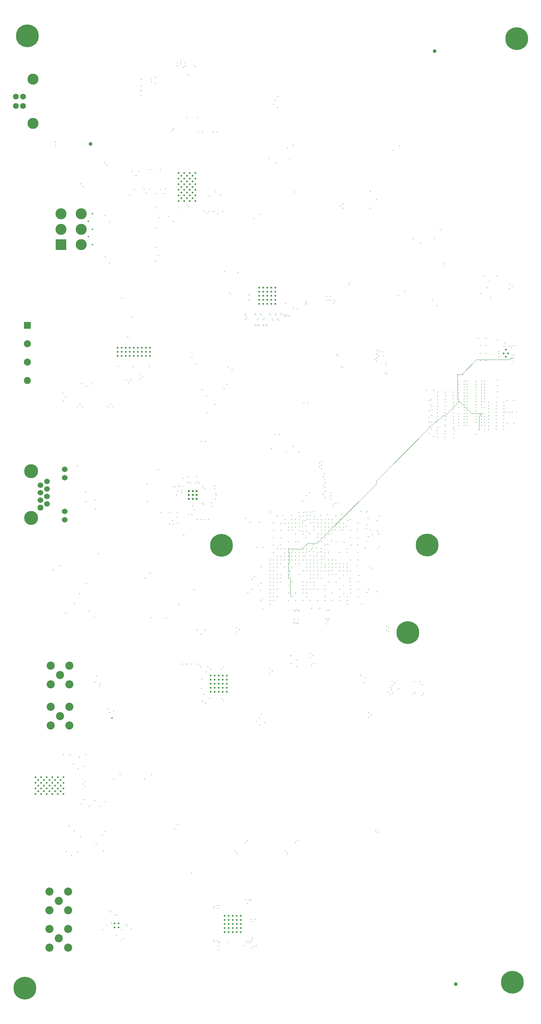
<source format=gbl>
G04*
G04 #@! TF.GenerationSoftware,Altium Limited,Altium Designer,22.11.1 (43)*
G04*
G04 Layer_Physical_Order=16*
G04 Layer_Color=16711680*
%FSLAX44Y44*%
%MOMM*%
G71*
G04*
G04 #@! TF.SameCoordinates,34125678-5B9D-45F6-926E-A613B9C88BDA*
G04*
G04*
G04 #@! TF.FilePolarity,Positive*
G04*
G01*
G75*
%ADD187C,1.0000*%
%ADD190C,0.1016*%
%ADD197C,6.2000*%
%ADD198C,0.6000*%
%ADD199C,2.2000*%
%ADD200C,1.9050*%
%ADD201R,1.9050X1.9050*%
%ADD202C,3.0000*%
%ADD203C,1.6000*%
%ADD204C,3.8100*%
G04:AMPARAMS|DCode=205|XSize=1.524mm|YSize=1.524mm|CornerRadius=0mm|HoleSize=0mm|Usage=FLASHONLY|Rotation=270.000|XOffset=0mm|YOffset=0mm|HoleType=Round|Shape=Octagon|*
%AMOCTAGOND205*
4,1,8,-0.3810,-0.7620,0.3810,-0.7620,0.7620,-0.3810,0.7620,0.3810,0.3810,0.7620,-0.3810,0.7620,-0.7620,0.3810,-0.7620,-0.3810,-0.3810,-0.7620,0.0*
%
%ADD205OCTAGOND205*%

%ADD206C,1.5240*%
%ADD207R,3.0000X3.0000*%
%ADD208C,0.1778*%
%ADD209C,0.3810*%
%ADD210C,0.5080*%
%ADD211C,0.5000*%
D187*
X1233880Y68354D02*
D03*
X239487Y2351209D02*
D03*
X1176020Y2603500D02*
D03*
D190*
X1237422Y1659007D02*
Y1724660D01*
X1240776Y1650706D02*
Y1655652D01*
X1237422Y1659007D02*
X1240776Y1655652D01*
X1016704Y1426878D02*
Y1435317D01*
X1183352Y1598300D02*
X1198162Y1613110D01*
X1179687Y1598300D02*
X1183352D01*
X1016704Y1435317D02*
X1179687Y1598300D01*
X777713Y1250941D02*
X795859D01*
X814230Y1250510D02*
X829363Y1265643D01*
X796290Y1250510D02*
X814230D01*
X795859Y1250941D02*
X796290Y1250510D01*
X779872Y1213100D02*
Y1241835D01*
X1244823Y1650706D02*
X1276994Y1618534D01*
X1304048D01*
X1240776Y1650706D02*
X1244823D01*
X829363Y1265643D02*
X855469D01*
X1016704Y1426878D01*
X1304062Y1618520D02*
X1304506D01*
X1304651Y1618374D01*
X1304048Y1618534D02*
X1304062Y1618520D01*
X1296728Y1611214D02*
X1304048Y1618534D01*
X1198162Y1613110D02*
X1204269D01*
X782790Y1125864D02*
X787713Y1120941D01*
X782790Y1125864D02*
Y1169793D01*
X777867Y1174716D02*
X782790Y1169793D01*
X777867Y1174716D02*
Y1181027D01*
X777713Y1198066D02*
X779872Y1195907D01*
Y1183032D02*
Y1195907D01*
X777867Y1181027D02*
X779872Y1183032D01*
X777713Y1198066D02*
Y1210941D01*
X779872Y1213100D01*
X777713Y1243994D02*
X779872Y1241835D01*
X777713Y1243994D02*
Y1250941D01*
X1204269Y1613110D02*
X1234172Y1643013D01*
Y1644102D01*
X1240776Y1650706D01*
X1384027Y1769344D02*
X1390434D01*
X1384004Y1769321D02*
X1384027Y1769344D01*
X1390434D02*
X1390457Y1769367D01*
X1379602Y1764919D02*
X1384004Y1769321D01*
X1289624Y1764919D02*
X1379602D01*
X1249365Y1724660D02*
X1289624Y1764919D01*
X1237422Y1724660D02*
X1249365D01*
X1296728Y1573619D02*
Y1611214D01*
D197*
X1156065Y1261027D02*
D03*
X1103140Y1023435D02*
D03*
X596303Y1260698D02*
D03*
X60589Y57350D02*
D03*
X1387552Y73434D02*
D03*
X1399540Y2637025D02*
D03*
X68020Y2645049D02*
D03*
D198*
X528610Y1386859D02*
D03*
X517910D02*
D03*
X507210D02*
D03*
X528610Y1397559D02*
D03*
X517910D02*
D03*
X507210D02*
D03*
X528610Y1408259D02*
D03*
X517910D02*
D03*
X507210D02*
D03*
D199*
X152900Y294811D02*
D03*
X178300Y269411D02*
D03*
X127500D02*
D03*
Y320211D02*
D03*
X178300D02*
D03*
X152900Y193211D02*
D03*
X178300Y167811D02*
D03*
X127500D02*
D03*
Y218611D02*
D03*
X178300D02*
D03*
X181857Y821997D02*
D03*
X131057D02*
D03*
Y771197D02*
D03*
X181857D02*
D03*
X156457Y796597D02*
D03*
X181857Y933757D02*
D03*
X131057D02*
D03*
Y882957D02*
D03*
X181857D02*
D03*
X156457Y908357D02*
D03*
D200*
X68020Y1708589D02*
D03*
Y1758589D02*
D03*
Y1808589D02*
D03*
D201*
Y1858589D02*
D03*
D202*
X83260Y2527449D02*
D03*
Y2407049D02*
D03*
X159565Y2119269D02*
D03*
Y2161269D02*
D03*
X214565Y2077269D02*
D03*
Y2119269D02*
D03*
Y2161269D02*
D03*
D203*
X56260Y2454749D02*
D03*
Y2479749D02*
D03*
X36260Y2454749D02*
D03*
Y2479749D02*
D03*
D204*
X78180Y1335087D02*
D03*
Y1462087D02*
D03*
D205*
X103580Y1363027D02*
D03*
D206*
Y1383347D02*
D03*
Y1403667D02*
D03*
Y1423987D02*
D03*
X121360Y1373187D02*
D03*
Y1393507D02*
D03*
Y1413827D02*
D03*
Y1434147D02*
D03*
X169620Y1330007D02*
D03*
Y1444307D02*
D03*
Y1467167D02*
D03*
Y1352867D02*
D03*
D207*
X159565Y2077269D02*
D03*
D208*
X747713Y1210941D02*
D03*
X737077Y1211576D02*
D03*
X1288882Y1642812D02*
D03*
X1265826Y1659270D02*
D03*
X1226161Y1658528D02*
D03*
X1240776Y1658705D02*
D03*
X1163777Y1643156D02*
D03*
X1166963Y1655590D02*
D03*
X849715Y1338342D02*
D03*
X866464Y1342169D02*
D03*
X846607Y1322047D02*
D03*
X838067Y1320587D02*
D03*
X848067Y1330587D02*
D03*
X939963Y1328691D02*
D03*
X1182589Y1565106D02*
D03*
X1174558Y1557074D02*
D03*
X976122Y1352532D02*
D03*
X874531Y1224123D02*
D03*
X867102Y1211811D02*
D03*
X1227873Y1553745D02*
D03*
X866805Y1291849D02*
D03*
X856805Y1281849D02*
D03*
X923063Y1345591D02*
D03*
X867000Y1311654D02*
D03*
X1169036Y1628901D02*
D03*
X884394Y1344260D02*
D03*
X1184492Y1638251D02*
D03*
X1168758Y1638356D02*
D03*
X899677Y1369275D02*
D03*
X904635Y1374234D02*
D03*
X855523Y1253131D02*
D03*
X895523Y1293131D02*
D03*
X905523Y1303131D02*
D03*
X845523Y1243131D02*
D03*
X837070Y1232276D02*
D03*
X1204945Y1588172D02*
D03*
X1182987Y1571841D02*
D03*
X1183922Y1554514D02*
D03*
X1205181Y1583047D02*
D03*
X857086Y1211658D02*
D03*
X867041Y1221613D02*
D03*
X877041Y1231613D02*
D03*
X967041Y1321613D02*
D03*
X947041Y1301613D02*
D03*
X887041Y1241613D02*
D03*
X929391Y1269263D02*
D03*
X965824Y1302830D02*
D03*
X994484Y1334356D02*
D03*
X878493Y1210161D02*
D03*
X947081Y1281573D02*
D03*
X990643Y1350630D02*
D03*
X867713Y1230941D02*
D03*
X877713Y1240940D02*
D03*
X907713Y1270941D02*
D03*
X847713Y1211199D02*
D03*
X991992Y1353575D02*
D03*
X857713Y1220941D02*
D03*
X1204786Y1563488D02*
D03*
X1204987Y1554797D02*
D03*
X1204881Y1569682D02*
D03*
X1161327Y1564955D02*
D03*
X839460Y1249194D02*
D03*
X834460Y1244194D02*
D03*
X844460Y1254194D02*
D03*
X824460Y1234194D02*
D03*
X820309Y1230043D02*
D03*
X895869Y1272785D02*
D03*
X935869Y1312785D02*
D03*
X885989Y1262905D02*
D03*
X925869Y1302785D02*
D03*
X855869Y1232785D02*
D03*
X865869Y1242785D02*
D03*
X1185177Y1581457D02*
D03*
X1160780Y1583239D02*
D03*
X1228979Y1573999D02*
D03*
X878922Y1249732D02*
D03*
X1167419Y1576872D02*
D03*
X1180581Y1596141D02*
D03*
X826547Y1242107D02*
D03*
X807713Y1230941D02*
D03*
X827713Y1250941D02*
D03*
X1168400Y1594771D02*
D03*
X817713Y1240940D02*
D03*
X1226820Y1592612D02*
D03*
X1160780Y1594771D02*
D03*
X892984Y1395332D02*
D03*
X825014Y1313640D02*
D03*
X1161183Y1626302D02*
D03*
X847624Y1303189D02*
D03*
X836545Y1292109D02*
D03*
X892548Y1386421D02*
D03*
X817390Y1311263D02*
D03*
X837390Y1331263D02*
D03*
X847250Y1311404D02*
D03*
X790436Y1245969D02*
D03*
X787917Y1240936D02*
D03*
X777713Y1240940D02*
D03*
X911816Y1375970D02*
D03*
X826544Y1282109D02*
D03*
X805554Y1270941D02*
D03*
X827713Y1298782D02*
D03*
X817713Y1290941D02*
D03*
X878614Y1408209D02*
D03*
X1153925Y1682534D02*
D03*
X878264Y1430366D02*
D03*
X872583Y1424369D02*
D03*
X806947Y1350360D02*
D03*
X876829Y1418474D02*
D03*
X871788Y1447372D02*
D03*
X834505Y1403983D02*
D03*
X825916Y1395393D02*
D03*
X708406Y1255337D02*
D03*
X762360Y1342973D02*
D03*
X787173Y1341992D02*
D03*
X737713Y1280941D02*
D03*
X757713Y1300941D02*
D03*
X876012Y1454827D02*
D03*
X876376Y1441135D02*
D03*
X817120Y1380752D02*
D03*
X868124Y1468585D02*
D03*
X868487Y1478268D02*
D03*
X862354Y1473588D02*
D03*
X862677Y1483876D02*
D03*
X868487Y1488440D02*
D03*
X727713Y1350941D02*
D03*
X736861Y1321783D02*
D03*
X747713Y1340941D02*
D03*
X757713Y1320941D02*
D03*
X1020449Y1299327D02*
D03*
X987462Y1254952D02*
D03*
X1023964Y1291453D02*
D03*
X967826Y1220828D02*
D03*
X964339Y1204315D02*
D03*
X1021685Y1252088D02*
D03*
X1026758Y1257161D02*
D03*
X969992Y1178662D02*
D03*
X945681Y1162973D02*
D03*
X997823Y1203887D02*
D03*
X1003948Y1198818D02*
D03*
X927946Y1180948D02*
D03*
X917826Y1170828D02*
D03*
X967713Y1160941D02*
D03*
X1001243Y1300706D02*
D03*
X1256048Y1698580D02*
D03*
X1264048D02*
D03*
X872587Y1399668D02*
D03*
X819681Y1349276D02*
D03*
X809529Y1339124D02*
D03*
X1256048Y1690534D02*
D03*
X1240776Y1684312D02*
D03*
X1256048D02*
D03*
X1288776Y1674706D02*
D03*
X1264358Y1682844D02*
D03*
X1174612Y1682534D02*
D03*
X1264048Y1666534D02*
D03*
X836885Y1341748D02*
D03*
X846885Y1351748D02*
D03*
X822835Y1327697D02*
D03*
X816896Y1321758D02*
D03*
X1160769Y1654642D02*
D03*
X1205126Y1657869D02*
D03*
X1240776Y1666706D02*
D03*
X1288776Y1650706D02*
D03*
X727713Y1140940D02*
D03*
Y1130941D02*
D03*
X817713D02*
D03*
X947713Y1170941D02*
D03*
X727713Y1190991D02*
D03*
X747713Y1220941D02*
D03*
X757713Y1230941D02*
D03*
X767560Y1241094D02*
D03*
X967713Y1240940D02*
D03*
X727698Y1210941D02*
D03*
X990758Y1270658D02*
D03*
X737703Y1240940D02*
D03*
X1183640Y1648759D02*
D03*
X1312048Y1634534D02*
D03*
X1304048Y1642534D02*
D03*
X1288776Y1634706D02*
D03*
X1304048Y1634534D02*
D03*
X757713Y1210941D02*
D03*
X937713Y1250941D02*
D03*
X1304048Y1602534D02*
D03*
X797560Y1271094D02*
D03*
X767713Y1220941D02*
D03*
X1183640Y1620487D02*
D03*
X1205110Y1638909D02*
D03*
X1289118Y1611129D02*
D03*
X757713Y1220941D02*
D03*
X1206323Y1611224D02*
D03*
X1205280Y1601560D02*
D03*
X1226820Y1629537D02*
D03*
Y1638714D02*
D03*
X1264031Y1626534D02*
D03*
X1256048Y1634534D02*
D03*
X1264048Y1642534D02*
D03*
Y1634534D02*
D03*
X1256048Y1642534D02*
D03*
Y1650699D02*
D03*
Y1626534D02*
D03*
X845410Y1263484D02*
D03*
X1304651Y1618374D02*
D03*
X1240776Y1634706D02*
D03*
X1226820Y1620586D02*
D03*
X907693Y1340941D02*
D03*
X827867Y1261027D02*
D03*
X817713Y1250941D02*
D03*
X887713Y1320941D02*
D03*
X928971Y1129683D02*
D03*
X887713Y1160941D02*
D03*
X1323340Y1594025D02*
D03*
X947713Y1220941D02*
D03*
X927713Y1200940D02*
D03*
X877713Y1150941D02*
D03*
X1312048Y1586534D02*
D03*
Y1698534D02*
D03*
X1287909Y1562749D02*
D03*
X1264031Y1610534D02*
D03*
Y1618534D02*
D03*
Y1602534D02*
D03*
X1288776Y1626706D02*
D03*
Y1602706D02*
D03*
Y1666706D02*
D03*
Y1682706D02*
D03*
Y1658705D02*
D03*
X1304048Y1610534D02*
D03*
X1323340Y1575597D02*
D03*
Y1649412D02*
D03*
X1312048Y1650534D02*
D03*
X1304048Y1658534D02*
D03*
X1350105Y1787371D02*
D03*
X1347144Y1818640D02*
D03*
X727713Y1220941D02*
D03*
Y1201571D02*
D03*
X727343Y1180940D02*
D03*
X1240776Y1706706D02*
D03*
X1264048Y1706534D02*
D03*
X727703Y1160941D02*
D03*
X727713Y1170941D02*
D03*
X806819Y1512763D02*
D03*
X747713Y1140941D02*
D03*
X1019019Y1327847D02*
D03*
X966587Y1262067D02*
D03*
X896664Y1192144D02*
D03*
X757713Y1170966D02*
D03*
X747713D02*
D03*
X995407Y1284074D02*
D03*
X1264007Y1650493D02*
D03*
X807867Y1180740D02*
D03*
X747867Y1181027D02*
D03*
X737592Y1190941D02*
D03*
X1227833Y1563488D02*
D03*
X1264399Y1594182D02*
D03*
X1256048Y1602534D02*
D03*
X1240776Y1602706D02*
D03*
X1256089Y1594492D02*
D03*
X1240776Y1586705D02*
D03*
X777713Y1220941D02*
D03*
X787713D02*
D03*
X777713Y1230941D02*
D03*
X797713Y1240940D02*
D03*
X847557Y1221096D02*
D03*
X837713Y1220941D02*
D03*
X817782Y1220721D02*
D03*
X857713Y1240940D02*
D03*
X807464Y1221190D02*
D03*
X797713Y1220941D02*
D03*
X837713Y1211199D02*
D03*
X1240933Y1593479D02*
D03*
X1226820Y1579367D02*
D03*
X1240776Y1618706D02*
D03*
Y1610706D02*
D03*
X1264048Y1586534D02*
D03*
X698192Y1323166D02*
D03*
X773096Y1512763D02*
D03*
X747713Y1230941D02*
D03*
X1183640Y1601922D02*
D03*
X825264Y1915536D02*
D03*
X828239Y1919523D02*
D03*
X825233Y1922529D02*
D03*
X777563Y1886487D02*
D03*
X780638Y1882742D02*
D03*
X727289Y1889523D02*
D03*
X729142Y1886273D02*
D03*
X719235Y1857359D02*
D03*
X716876Y1859755D02*
D03*
X698680Y1857359D02*
D03*
X696321Y1859755D02*
D03*
X752416Y1872338D02*
D03*
X748642Y1875404D02*
D03*
X737382Y1871867D02*
D03*
X733904Y1875287D02*
D03*
X711939Y1878068D02*
D03*
X708916Y1873524D02*
D03*
X696939Y1878068D02*
D03*
X693916Y1873524D02*
D03*
X661646Y1874159D02*
D03*
X664669Y1878703D02*
D03*
X660031Y1885694D02*
D03*
X661848Y1890640D02*
D03*
X708207Y1860167D02*
D03*
X710678Y1857022D02*
D03*
X687431Y1859755D02*
D03*
X689790Y1857359D02*
D03*
X766290Y1887153D02*
D03*
X771282Y1884162D02*
D03*
X768868Y1881638D02*
D03*
X759185Y1886522D02*
D03*
X757320Y1890691D02*
D03*
X744069Y1886394D02*
D03*
X742164Y1889465D02*
D03*
X704037Y1886384D02*
D03*
X702246Y1890132D02*
D03*
X689111Y1886243D02*
D03*
X687206Y1889735D02*
D03*
X621755Y1942406D02*
D03*
X618038Y1947249D02*
D03*
X668816Y1942418D02*
D03*
X672436Y1940485D02*
D03*
X672589Y1925486D02*
D03*
X669031Y1927480D02*
D03*
X640605Y2001834D02*
D03*
X603720Y2004334D02*
D03*
X882237Y1937401D02*
D03*
X885177Y1927040D02*
D03*
X891961Y1937295D02*
D03*
X893672Y1927185D02*
D03*
X942552Y1968372D02*
D03*
X946071Y1975217D02*
D03*
X913213Y1775384D02*
D03*
X910422Y1778945D02*
D03*
X922211Y1746278D02*
D03*
X926252Y1742910D02*
D03*
X1033511Y1786193D02*
D03*
X1036719Y1775555D02*
D03*
X1044659Y1726190D02*
D03*
X1041543Y1729031D02*
D03*
X1045141Y1750206D02*
D03*
X1041836Y1754038D02*
D03*
X1020557Y1790559D02*
D03*
X1025120Y1786239D02*
D03*
X1018781Y1780747D02*
D03*
X1024677Y1775293D02*
D03*
X1020518Y1769963D02*
D03*
X1013492Y1766127D02*
D03*
X1017409Y1761241D02*
D03*
X461733Y2388461D02*
D03*
X465850Y2392581D02*
D03*
X533556Y2382335D02*
D03*
X544565Y2382419D02*
D03*
X737774Y2458401D02*
D03*
X748262Y2451397D02*
D03*
X584512Y2382419D02*
D03*
X573502Y2382335D02*
D03*
X742064Y2470241D02*
D03*
X749068Y2480730D02*
D03*
X496018Y2572447D02*
D03*
X475432D02*
D03*
X485009Y2576105D02*
D03*
X520854Y2564842D02*
D03*
X526033Y2561429D02*
D03*
X377786Y2527336D02*
D03*
X377097Y2482394D02*
D03*
X376664Y2495792D02*
D03*
X377791Y2509146D02*
D03*
X405367Y2520064D02*
D03*
X415990Y2516378D02*
D03*
X405064Y2528996D02*
D03*
X415990Y2532204D02*
D03*
X475560Y2562845D02*
D03*
X485013Y2568951D02*
D03*
X491766Y2558793D02*
D03*
X496347Y2562433D02*
D03*
X503217Y2539943D02*
D03*
X508502Y2536596D02*
D03*
X143785Y2346789D02*
D03*
Y2356289D02*
D03*
X341330Y1826741D02*
D03*
X323931Y1933084D02*
D03*
X351815Y1881589D02*
D03*
X881244Y1047082D02*
D03*
X885312Y1055712D02*
D03*
X888163Y1060692D02*
D03*
X881320Y1060768D02*
D03*
X888338Y1083807D02*
D03*
X882147Y1083768D02*
D03*
X805193Y1059451D02*
D03*
X794483Y1059408D02*
D03*
X804981Y1048069D02*
D03*
X801984Y1051649D02*
D03*
X798848Y1047819D02*
D03*
X795628Y1051566D02*
D03*
X792298Y1047847D02*
D03*
X807249Y1084529D02*
D03*
X805014Y1082040D02*
D03*
X793455Y1084746D02*
D03*
X796271Y1081742D02*
D03*
X799735Y1086046D02*
D03*
X863257Y1089353D02*
D03*
X841150D02*
D03*
X1393838Y1778030D02*
D03*
X1388255Y1776521D02*
D03*
X592183Y181595D02*
D03*
X587966Y182558D02*
D03*
X589507Y162039D02*
D03*
X586527Y171611D02*
D03*
X585857Y187221D02*
D03*
X577125Y183006D02*
D03*
X574951Y187255D02*
D03*
X590234Y282003D02*
D03*
X586545Y275282D02*
D03*
X584169Y282048D02*
D03*
X576700Y278090D02*
D03*
X574143Y274854D02*
D03*
X1020201Y480562D02*
D03*
X1015771Y485098D02*
D03*
X775817Y422287D02*
D03*
X771292Y428143D02*
D03*
X803716Y458597D02*
D03*
X797859Y453007D02*
D03*
X660699D02*
D03*
X666556Y458597D02*
D03*
X634132Y428143D02*
D03*
X638657Y422287D02*
D03*
X547669Y856455D02*
D03*
X541021Y871960D02*
D03*
X541926Y896960D02*
D03*
X488663Y937861D02*
D03*
X500917Y938053D02*
D03*
X513362Y937938D02*
D03*
X531285Y938183D02*
D03*
X539408Y931531D02*
D03*
X553906Y916585D02*
D03*
X551813Y1543676D02*
D03*
X540803Y1543592D02*
D03*
X543307Y1684159D02*
D03*
X555181Y1666954D02*
D03*
X527844Y1753808D02*
D03*
X515970Y1771014D02*
D03*
X242075Y1699101D02*
D03*
X228911Y1692865D02*
D03*
X214881Y1699880D02*
D03*
X164822Y1673638D02*
D03*
X171750Y1663678D02*
D03*
X165341Y1652332D02*
D03*
X453923Y2154595D02*
D03*
X465198Y2140856D02*
D03*
X416883Y2177671D02*
D03*
X424964Y2150397D02*
D03*
X417150Y2122448D02*
D03*
X416412Y2069855D02*
D03*
X424492Y2047902D02*
D03*
X415775Y2032865D02*
D03*
X444741Y2229470D02*
D03*
X385456Y2229362D02*
D03*
X439197Y2216888D02*
D03*
X429600Y2227337D02*
D03*
X415632Y2216461D02*
D03*
X401237Y2227870D02*
D03*
X391214Y2217207D02*
D03*
X358372Y2227231D02*
D03*
X346174Y2212613D02*
D03*
X374499Y1724452D02*
D03*
X381476Y1717888D02*
D03*
X374137Y1711842D02*
D03*
X349372Y1709462D02*
D03*
X342808Y1702486D02*
D03*
X336762Y1709824D02*
D03*
X354330Y1745475D02*
D03*
X399587Y1746411D02*
D03*
X314994Y1746411D02*
D03*
X216513Y1637102D02*
D03*
X210467Y1644441D02*
D03*
X203904Y1637464D02*
D03*
X300513Y1637102D02*
D03*
X294467Y1644441D02*
D03*
X287903Y1637464D02*
D03*
X279913Y563472D02*
D03*
X263840Y551584D02*
D03*
X251059Y566095D02*
D03*
X236493Y551417D02*
D03*
X222147Y569778D02*
D03*
X215338Y558392D02*
D03*
X602319Y928377D02*
D03*
X596160Y924034D02*
D03*
X558652Y931247D02*
D03*
X566267Y924265D02*
D03*
X637578Y1037425D02*
D03*
X644555Y1030862D02*
D03*
X637216Y1024815D02*
D03*
X785202Y960594D02*
D03*
X801406Y949581D02*
D03*
X785694Y939340D02*
D03*
X801055Y931413D02*
D03*
X847372Y939067D02*
D03*
X840708Y934680D02*
D03*
X726982Y912617D02*
D03*
X734320Y918663D02*
D03*
X727343Y925227D02*
D03*
X838237Y967642D02*
D03*
X845214Y961078D02*
D03*
X837876Y955032D02*
D03*
X996565Y805637D02*
D03*
X1003542Y799073D02*
D03*
X996204Y793027D02*
D03*
X1061302Y859008D02*
D03*
X1048787Y862542D02*
D03*
X1054755Y855068D02*
D03*
X1054791Y873684D02*
D03*
X1058588Y869261D02*
D03*
X987793Y900959D02*
D03*
X985394Y887205D02*
D03*
X974998Y907197D02*
D03*
X1059733Y890474D02*
D03*
X1067379Y886527D02*
D03*
X1059979Y879189D02*
D03*
X1078325Y870863D02*
D03*
X1019169Y1134320D02*
D03*
X995997Y1141024D02*
D03*
X992443Y1133072D02*
D03*
X691164Y782579D02*
D03*
X699011Y792317D02*
D03*
X704589Y802717D02*
D03*
X699768Y772935D02*
D03*
X713477Y779175D02*
D03*
X601902Y839630D02*
D03*
X596089Y844167D02*
D03*
X563464Y844815D02*
D03*
X551785Y832288D02*
D03*
X543738Y836010D02*
D03*
X666590Y287142D02*
D03*
X662005Y297792D02*
D03*
X675323Y296376D02*
D03*
X671389Y299067D02*
D03*
X678808Y239071D02*
D03*
X687198Y244190D02*
D03*
X676785Y244160D02*
D03*
X614465Y180917D02*
D03*
X684755Y170077D02*
D03*
X691353Y173471D02*
D03*
X676623Y165484D02*
D03*
X663215Y180683D02*
D03*
X658748Y172515D02*
D03*
X672820Y181481D02*
D03*
X677701Y185916D02*
D03*
X667682Y185693D02*
D03*
X680001Y194189D02*
D03*
X1006401Y1289062D02*
D03*
X989741Y1306109D02*
D03*
X992427Y1316433D02*
D03*
X887713Y1200940D02*
D03*
X877713Y1190941D02*
D03*
X1025511Y1339154D02*
D03*
X501438Y2423265D02*
D03*
X530645Y2423126D02*
D03*
X624516Y1737490D02*
D03*
X614282Y1745111D02*
D03*
X610907Y1697102D02*
D03*
X602851Y1686651D02*
D03*
X578575Y1643323D02*
D03*
X556366Y1621223D02*
D03*
X662289Y1334200D02*
D03*
X673693Y1323507D02*
D03*
X704483Y1202227D02*
D03*
X313077Y254328D02*
D03*
X306085Y256488D02*
D03*
X295432Y264615D02*
D03*
X289209Y267946D02*
D03*
X350406Y218204D02*
D03*
X339606Y226454D02*
D03*
X335945Y230302D02*
D03*
X324299Y216611D02*
D03*
X296129Y234719D02*
D03*
X251321Y889002D02*
D03*
X266984Y883404D02*
D03*
X263113Y877598D02*
D03*
X329454Y191704D02*
D03*
X323018Y187849D02*
D03*
X310216Y201500D02*
D03*
X272870Y216673D02*
D03*
X283055Y228697D02*
D03*
X274295Y429677D02*
D03*
X254961Y447060D02*
D03*
X303106Y810964D02*
D03*
X292176Y806095D02*
D03*
X287754Y816281D02*
D03*
X977713Y1100940D02*
D03*
X897713Y1110941D02*
D03*
X777703D02*
D03*
X678829Y1168573D02*
D03*
X684739Y1174758D02*
D03*
X696482Y1150881D02*
D03*
X703893Y1157616D02*
D03*
X677758Y1141353D02*
D03*
X668242Y1132496D02*
D03*
X702207Y1137970D02*
D03*
X707608Y1116515D02*
D03*
X703785Y1111272D02*
D03*
X1145497Y858150D02*
D03*
X1142494Y853575D02*
D03*
X1122484Y861211D02*
D03*
X1117706Y857955D02*
D03*
X1141551Y881833D02*
D03*
X1135661Y889741D02*
D03*
X1120882Y889905D02*
D03*
X709869Y1086768D02*
D03*
X893750Y1404036D02*
D03*
X690749Y1254649D02*
D03*
X546819Y1376750D02*
D03*
X542943Y1373880D02*
D03*
X546679Y1370618D02*
D03*
X1045854Y1030468D02*
D03*
X1051097Y1026645D02*
D03*
Y1036145D02*
D03*
X1045854Y1039968D02*
D03*
X279086Y2044712D02*
D03*
X290960Y2027507D02*
D03*
X279189Y2156214D02*
D03*
X291063Y2139008D02*
D03*
X371650Y2276985D02*
D03*
X429143Y2280662D02*
D03*
X401177Y2281351D02*
D03*
X363430Y2265369D02*
D03*
X353372Y2276945D02*
D03*
X277990Y2300953D02*
D03*
X284813Y2294656D02*
D03*
X212597Y2242341D02*
D03*
X219419Y2236043D02*
D03*
X479250Y2177800D02*
D03*
X549270Y2168312D02*
D03*
X593998Y2212626D02*
D03*
X579811Y2220421D02*
D03*
X563265Y2209657D02*
D03*
X506889Y2180222D02*
D03*
X502942Y2184734D02*
D03*
X599440Y2168312D02*
D03*
X575170D02*
D03*
X587112Y2162279D02*
D03*
X561865Y2168312D02*
D03*
X555667Y2162279D02*
D03*
X683488Y2147493D02*
D03*
X700693Y2159367D02*
D03*
X794779Y2221040D02*
D03*
X775410Y2339465D02*
D03*
X791963Y2347994D02*
D03*
X927077Y2176327D02*
D03*
X920101Y2182890D02*
D03*
X927439Y2188937D02*
D03*
X1379272Y1958300D02*
D03*
X1386610Y1964347D02*
D03*
X1379633Y1970910D02*
D03*
X1318615Y1960681D02*
D03*
X1325376Y1977762D02*
D03*
X1345540Y1991877D02*
D03*
X1310668Y1993063D02*
D03*
X1301060Y1944907D02*
D03*
X1327985Y1934231D02*
D03*
X782466Y2311133D02*
D03*
X724674D02*
D03*
X745194Y2299496D02*
D03*
X1138120Y2081800D02*
D03*
X1117600Y2093437D02*
D03*
X1175392D02*
D03*
X1191260Y2118360D02*
D03*
X1201991Y2025045D02*
D03*
X1077946Y1939192D02*
D03*
X1095151Y1951066D02*
D03*
X904071Y1924193D02*
D03*
X900552Y1917347D02*
D03*
X1000899Y2176881D02*
D03*
X1017290Y2200549D02*
D03*
X1000899Y2222440D02*
D03*
X1063137Y2332988D02*
D03*
X1080342Y2344862D02*
D03*
X770323Y1918289D02*
D03*
X802509Y1903573D02*
D03*
X791583Y1904021D02*
D03*
X1182243Y1911562D02*
D03*
X1170369Y1928767D02*
D03*
X468434Y490381D02*
D03*
X477862Y502730D02*
D03*
X405115Y637175D02*
D03*
X386432Y625764D02*
D03*
X272160Y473372D02*
D03*
X279608Y482747D02*
D03*
X521329Y1140593D02*
D03*
X479814Y1098764D02*
D03*
X209489Y685049D02*
D03*
X225787Y692534D02*
D03*
X183406Y691399D02*
D03*
X166257D02*
D03*
X514645Y370840D02*
D03*
X302432Y625764D02*
D03*
X319637Y637638D02*
D03*
X225898Y619139D02*
D03*
X226307Y605432D02*
D03*
X220051Y612287D02*
D03*
X203642Y428603D02*
D03*
X188112Y417886D02*
D03*
X173760Y428603D02*
D03*
X223759Y660520D02*
D03*
X205679Y653764D02*
D03*
X192792Y667349D02*
D03*
X212889Y469114D02*
D03*
X195686Y484448D02*
D03*
X180853Y497369D02*
D03*
X737693Y1110941D02*
D03*
X727713D02*
D03*
X727703Y1120941D02*
D03*
X737592Y1151615D02*
D03*
X737693Y1130941D02*
D03*
X727713Y1151615D02*
D03*
X737592Y1170941D02*
D03*
X827713Y1220941D02*
D03*
Y1211199D02*
D03*
X847713Y1230941D02*
D03*
X867713Y1250941D02*
D03*
X817713Y1298782D02*
D03*
X767604Y1200940D02*
D03*
X846456Y1202198D02*
D03*
X777713Y1190941D02*
D03*
X857713D02*
D03*
X867713Y1200940D02*
D03*
X817632Y1190859D02*
D03*
X827713Y1190941D02*
D03*
X787713Y1200940D02*
D03*
X797713Y1210941D02*
D03*
X837713Y1200940D02*
D03*
X827713D02*
D03*
X857713D02*
D03*
X777713Y1171816D02*
D03*
X877867Y1261027D02*
D03*
X1323340Y1584833D02*
D03*
Y1603326D02*
D03*
Y1612586D02*
D03*
Y1621946D02*
D03*
Y1631034D02*
D03*
Y1640243D02*
D03*
X1226820Y1601839D02*
D03*
Y1610952D02*
D03*
Y1648759D02*
D03*
Y1667590D02*
D03*
Y1676997D02*
D03*
X1385034Y1797620D02*
D03*
X1386840Y1803400D02*
D03*
X1379220Y1801101D02*
D03*
X1315720Y1823931D02*
D03*
X1350105Y1782371D02*
D03*
X1350252Y1772072D02*
D03*
X1315720Y1762760D02*
D03*
Y1782371D02*
D03*
Y1803400D02*
D03*
X1379220Y1622153D02*
D03*
X1370004Y1623060D02*
D03*
X1294364Y1823931D02*
D03*
X1300408Y1762760D02*
D03*
Y1803400D02*
D03*
X1300418Y1782371D02*
D03*
X1367504Y1809872D02*
D03*
X1365004Y1801101D02*
D03*
X1395404Y1803400D02*
D03*
X1390479Y1760431D02*
D03*
X1390457Y1769367D02*
D03*
X1384004Y1769321D02*
D03*
X1237422Y1724660D02*
D03*
X1296728Y1573619D02*
D03*
X1311714D02*
D03*
X1347144Y1694833D02*
D03*
Y1677647D02*
D03*
X1398990Y1622153D02*
D03*
X1386840Y1623060D02*
D03*
X1168400Y1612586D02*
D03*
X1160780Y1607820D02*
D03*
X1252418Y1724660D02*
D03*
X1347144Y1710153D02*
D03*
Y1662153D02*
D03*
X1391987Y1592612D02*
D03*
X1374004D02*
D03*
X1373678Y1654153D02*
D03*
X1391989D02*
D03*
X1183640Y1610952D02*
D03*
Y1630098D02*
D03*
Y1657869D02*
D03*
Y1667326D02*
D03*
Y1676997D02*
D03*
X1205084Y1677119D02*
D03*
X1205459Y1667458D02*
D03*
X1205067Y1648759D02*
D03*
X1205018Y1629817D02*
D03*
X1204906Y1620536D02*
D03*
X1343665Y1575744D02*
D03*
X1343745Y1584832D02*
D03*
X1343730Y1594026D02*
D03*
X1343770Y1603180D02*
D03*
X1343957Y1612586D02*
D03*
X1344052Y1621947D02*
D03*
X1343944Y1631035D02*
D03*
X1343991Y1640243D02*
D03*
X1344093Y1649411D02*
D03*
X1364254Y1575597D02*
D03*
Y1584831D02*
D03*
Y1594025D02*
D03*
Y1603034D02*
D03*
Y1612586D02*
D03*
X1364894Y1622153D02*
D03*
Y1631034D02*
D03*
Y1640243D02*
D03*
Y1649410D02*
D03*
X828978Y1330941D02*
D03*
X522259Y1357060D02*
D03*
X505100Y1446690D02*
D03*
X528610Y1446754D02*
D03*
X817396Y1327029D02*
D03*
X827713Y1340941D02*
D03*
X817909Y1340884D02*
D03*
X560720Y1330966D02*
D03*
X568777Y1365600D02*
D03*
X579187Y1385715D02*
D03*
X581612Y1396183D02*
D03*
X250094Y1064894D02*
D03*
X235285Y1081679D02*
D03*
X155485Y1205674D02*
D03*
X138279Y1193800D02*
D03*
X259827Y1237298D02*
D03*
X195580Y1102995D02*
D03*
X172446Y1075668D02*
D03*
X209258Y1129664D02*
D03*
X227490Y1156335D02*
D03*
X388563Y1171588D02*
D03*
X401240Y1185336D02*
D03*
X550952Y1030158D02*
D03*
X540321Y1018445D02*
D03*
X529198Y1031241D02*
D03*
X403557Y1064546D02*
D03*
X445681Y1063679D02*
D03*
X490659Y1442247D02*
D03*
X820191Y1647172D02*
D03*
X831200Y1647256D02*
D03*
X753799Y1562158D02*
D03*
X742790Y1562074D02*
D03*
X790379Y1529993D02*
D03*
X731143Y1523253D02*
D03*
X877867Y1389918D02*
D03*
X827693Y1350941D02*
D03*
X580965Y1402189D02*
D03*
X838077Y1351325D02*
D03*
X535410Y1429547D02*
D03*
X550350Y1414333D02*
D03*
X577600Y1413418D02*
D03*
X577727Y1422663D02*
D03*
X568777Y1376117D02*
D03*
X540609Y1330941D02*
D03*
X550560D02*
D03*
X530240D02*
D03*
X488009Y1403447D02*
D03*
X477472Y1408366D02*
D03*
X464892Y1318260D02*
D03*
X515410Y1344560D02*
D03*
X476935Y1320800D02*
D03*
X475515Y1336991D02*
D03*
Y1349818D02*
D03*
X505100Y1344560D02*
D03*
X462043Y1328101D02*
D03*
X493905Y1287780D02*
D03*
X454571Y1318260D02*
D03*
X490659Y1420961D02*
D03*
X504311Y1432300D02*
D03*
X517859Y1367759D02*
D03*
X545159Y1419860D02*
D03*
X530410Y1433242D02*
D03*
X525410Y1429558D02*
D03*
X967713Y1120941D02*
D03*
X967703Y1280941D02*
D03*
X737703Y1201571D02*
D03*
Y1120941D02*
D03*
Y1160941D02*
D03*
X837693Y1110941D02*
D03*
X797703D02*
D03*
X937703Y1100940D02*
D03*
X917703Y1110941D02*
D03*
X877569D02*
D03*
X486682Y1411193D02*
D03*
X481748Y1419620D02*
D03*
X478607Y1422837D02*
D03*
X464892Y1419860D02*
D03*
X470698D02*
D03*
X472858Y1397317D02*
D03*
X454571Y1349818D02*
D03*
X423665Y1466659D02*
D03*
X393704Y1427480D02*
D03*
X431800Y1349818D02*
D03*
X393704Y1380059D02*
D03*
X252324Y1359296D02*
D03*
X226899Y1378807D02*
D03*
X252324Y1384617D02*
D03*
X226315Y1405045D02*
D03*
X203867Y1475740D02*
D03*
X510410Y1429547D02*
D03*
X737713Y1300941D02*
D03*
Y1220941D02*
D03*
Y1140940D02*
D03*
Y1180940D02*
D03*
Y1260941D02*
D03*
X967713Y1140940D02*
D03*
X937713Y1110941D02*
D03*
X857713D02*
D03*
X817713D02*
D03*
X727713Y1100940D02*
D03*
X947713Y1130941D02*
D03*
Y1140940D02*
D03*
Y1150940D02*
D03*
X907713Y1160941D02*
D03*
X917713Y1120941D02*
D03*
Y1140941D02*
D03*
X927713Y1150941D02*
D03*
X937713Y1120941D02*
D03*
X867713Y1170941D02*
D03*
X877713Y1120941D02*
D03*
Y1140941D02*
D03*
X897713Y1130941D02*
D03*
X827713Y1160941D02*
D03*
Y1150941D02*
D03*
Y1140941D02*
D03*
Y1130941D02*
D03*
Y1120941D02*
D03*
X837713Y1140941D02*
D03*
Y1160941D02*
D03*
Y1170941D02*
D03*
X847713Y1140941D02*
D03*
Y1150941D02*
D03*
Y1160941D02*
D03*
Y1170941D02*
D03*
X857713Y1140941D02*
D03*
Y1170941D02*
D03*
X787713Y1160941D02*
D03*
Y1120941D02*
D03*
X797713Y1130941D02*
D03*
X817713Y1140941D02*
D03*
Y1150941D02*
D03*
Y1160941D02*
D03*
X777713Y1150941D02*
D03*
Y1130941D02*
D03*
X757713Y1160941D02*
D03*
X747713Y1120941D02*
D03*
Y1160941D02*
D03*
X947713Y1190941D02*
D03*
X937713D02*
D03*
Y1200940D02*
D03*
Y1210941D02*
D03*
Y1240940D02*
D03*
X927713Y1190941D02*
D03*
Y1210941D02*
D03*
X917713Y1190941D02*
D03*
Y1200940D02*
D03*
Y1210941D02*
D03*
Y1240940D02*
D03*
X907867Y1181027D02*
D03*
X907713Y1200940D02*
D03*
Y1210941D02*
D03*
Y1220941D02*
D03*
X897867Y1181027D02*
D03*
X897713Y1200940D02*
D03*
Y1210941D02*
D03*
Y1220941D02*
D03*
X887867Y1181027D02*
D03*
X887713Y1190941D02*
D03*
Y1210941D02*
D03*
Y1220941D02*
D03*
X877713Y1200940D02*
D03*
X867713Y1190941D02*
D03*
X857867Y1181027D02*
D03*
X847867D02*
D03*
X847713Y1190941D02*
D03*
X947867Y1261027D02*
D03*
X947713Y1330941D02*
D03*
X927713Y1310941D02*
D03*
Y1320941D02*
D03*
X917713Y1300941D02*
D03*
Y1310941D02*
D03*
Y1320941D02*
D03*
Y1330941D02*
D03*
X907713Y1310941D02*
D03*
Y1320941D02*
D03*
X897713Y1300941D02*
D03*
Y1310941D02*
D03*
Y1320941D02*
D03*
Y1330941D02*
D03*
X887713Y1290941D02*
D03*
Y1300941D02*
D03*
Y1310941D02*
D03*
Y1330941D02*
D03*
X877713Y1280941D02*
D03*
Y1290941D02*
D03*
Y1300941D02*
D03*
Y1310941D02*
D03*
Y1320941D02*
D03*
Y1330941D02*
D03*
X867713Y1270941D02*
D03*
Y1280941D02*
D03*
Y1300941D02*
D03*
Y1320941D02*
D03*
Y1330941D02*
D03*
X857713Y1270941D02*
D03*
Y1290941D02*
D03*
Y1310941D02*
D03*
Y1320941D02*
D03*
Y1330941D02*
D03*
X837867Y1181027D02*
D03*
X837713Y1190941D02*
D03*
X807713Y1210941D02*
D03*
Y1240940D02*
D03*
Y1300941D02*
D03*
Y1310941D02*
D03*
Y1320941D02*
D03*
Y1330941D02*
D03*
X797713Y1230941D02*
D03*
Y1290941D02*
D03*
Y1310941D02*
D03*
Y1320941D02*
D03*
Y1330941D02*
D03*
X787713Y1230941D02*
D03*
Y1330941D02*
D03*
Y1320941D02*
D03*
Y1310941D02*
D03*
Y1300941D02*
D03*
X777713Y1250941D02*
D03*
Y1210941D02*
D03*
X777867Y1181027D02*
D03*
X777713Y1320941D02*
D03*
Y1310941D02*
D03*
Y1300941D02*
D03*
Y1270941D02*
D03*
X767713Y1250941D02*
D03*
Y1230941D02*
D03*
Y1330941D02*
D03*
Y1320941D02*
D03*
X757713Y1250941D02*
D03*
X757867Y1181027D02*
D03*
X757713Y1280941D02*
D03*
X757867Y1261027D02*
D03*
X747713Y1250941D02*
D03*
Y1200940D02*
D03*
X1288776Y1594706D02*
D03*
Y1706706D02*
D03*
X1312048Y1690534D02*
D03*
Y1682534D02*
D03*
X1304048Y1698534D02*
D03*
Y1690534D02*
D03*
Y1682534D02*
D03*
X1288776Y1690706D02*
D03*
Y1698706D02*
D03*
X1264048Y1690534D02*
D03*
X1312048Y1666534D02*
D03*
Y1674534D02*
D03*
X1304048D02*
D03*
Y1666534D02*
D03*
X1256048Y1618534D02*
D03*
Y1666534D02*
D03*
Y1658534D02*
D03*
X1312048Y1706534D02*
D03*
X1304048D02*
D03*
X1312048Y1610534D02*
D03*
Y1602534D02*
D03*
X1304048Y1594534D02*
D03*
Y1586534D02*
D03*
X1312048Y1594534D02*
D03*
Y1618534D02*
D03*
X1304048Y1650534D02*
D03*
X1312048Y1658534D02*
D03*
X1256048Y1586534D02*
D03*
Y1610534D02*
D03*
X1240776Y1674706D02*
D03*
Y1698706D02*
D03*
Y1690706D02*
D03*
Y1650706D02*
D03*
X1264048Y1674534D02*
D03*
X1256048D02*
D03*
Y1706534D02*
D03*
X256157Y905853D02*
D03*
D209*
X244567Y2077269D02*
D03*
X233236Y2099276D02*
D03*
X244567Y2119269D02*
D03*
X233236Y2141220D02*
D03*
X244567Y2161269D02*
D03*
X297876Y791625D02*
D03*
D210*
X479500Y2272332D02*
D03*
X494740D02*
D03*
X509980D02*
D03*
X525220D02*
D03*
X517600Y2264712D02*
D03*
X487120D02*
D03*
X525220Y2257092D02*
D03*
X509980D02*
D03*
X494740D02*
D03*
X479500D02*
D03*
X517600Y2249472D02*
D03*
X487120D02*
D03*
X525220Y2241852D02*
D03*
X509980D02*
D03*
X494740D02*
D03*
X479500D02*
D03*
X517600Y2234232D02*
D03*
X487120D02*
D03*
X525220Y2226612D02*
D03*
X509980D02*
D03*
X494740D02*
D03*
X479500D02*
D03*
X517600Y2218992D02*
D03*
X502360D02*
D03*
X487120D02*
D03*
X525220Y2211372D02*
D03*
X509980D02*
D03*
X494740D02*
D03*
X517600Y2203752D02*
D03*
X502360D02*
D03*
X525220Y2196132D02*
D03*
X509980D02*
D03*
X494740D02*
D03*
X479500D02*
D03*
Y2211372D02*
D03*
X487120Y2203752D02*
D03*
X502360Y2264712D02*
D03*
Y2249472D02*
D03*
Y2234232D02*
D03*
X89400Y585109D02*
D03*
Y600349D02*
D03*
Y615589D02*
D03*
Y630829D02*
D03*
X97020Y623209D02*
D03*
Y592729D02*
D03*
X104640Y630829D02*
D03*
Y615589D02*
D03*
Y600349D02*
D03*
Y585109D02*
D03*
X112260Y623209D02*
D03*
Y592729D02*
D03*
X119880Y630829D02*
D03*
Y615589D02*
D03*
Y600349D02*
D03*
Y585109D02*
D03*
X127500Y623209D02*
D03*
Y592729D02*
D03*
X135120Y630829D02*
D03*
Y615589D02*
D03*
Y600349D02*
D03*
Y585109D02*
D03*
X142740Y623209D02*
D03*
Y607969D02*
D03*
Y592729D02*
D03*
X150360Y630829D02*
D03*
Y615589D02*
D03*
Y600349D02*
D03*
X157980Y623209D02*
D03*
Y607969D02*
D03*
X165600Y630829D02*
D03*
Y615589D02*
D03*
Y600349D02*
D03*
Y585109D02*
D03*
X150360D02*
D03*
X157980Y592729D02*
D03*
X97020Y607969D02*
D03*
X112260D02*
D03*
X127500D02*
D03*
D211*
X698720Y1960929D02*
D03*
X709720D02*
D03*
X720720D02*
D03*
X731720D02*
D03*
X742720D02*
D03*
X698720Y1949929D02*
D03*
X709720D02*
D03*
X720720D02*
D03*
X731720D02*
D03*
X742720D02*
D03*
X698720Y1938929D02*
D03*
X709720D02*
D03*
X720720D02*
D03*
X731720D02*
D03*
X742720D02*
D03*
X698720Y1927929D02*
D03*
X709720D02*
D03*
X720720D02*
D03*
X731720D02*
D03*
X742720D02*
D03*
X698720Y1916929D02*
D03*
X709720D02*
D03*
X720720D02*
D03*
X731720D02*
D03*
X742720D02*
D03*
X1370004Y1772871D02*
D03*
X1375754Y1782371D02*
D03*
X1364254D02*
D03*
X1370004Y1791871D02*
D03*
X313580Y1775529D02*
D03*
Y1786529D02*
D03*
Y1797529D02*
D03*
X324580Y1775529D02*
D03*
Y1786529D02*
D03*
Y1797529D02*
D03*
X335580Y1775529D02*
D03*
Y1786529D02*
D03*
Y1797529D02*
D03*
X346580Y1775529D02*
D03*
Y1786529D02*
D03*
Y1797529D02*
D03*
X357580Y1775529D02*
D03*
Y1786529D02*
D03*
Y1797529D02*
D03*
X368580Y1775529D02*
D03*
Y1786529D02*
D03*
Y1797529D02*
D03*
X379580Y1775529D02*
D03*
Y1786529D02*
D03*
Y1797529D02*
D03*
X390580Y1775529D02*
D03*
Y1786529D02*
D03*
Y1797529D02*
D03*
X401580Y1775529D02*
D03*
Y1786529D02*
D03*
Y1797529D02*
D03*
X648910Y253689D02*
D03*
Y242689D02*
D03*
Y231689D02*
D03*
Y220689D02*
D03*
Y209689D02*
D03*
X637910Y253689D02*
D03*
Y242689D02*
D03*
Y231689D02*
D03*
Y220689D02*
D03*
Y209689D02*
D03*
X626910Y253689D02*
D03*
Y242689D02*
D03*
Y231689D02*
D03*
Y220689D02*
D03*
Y209689D02*
D03*
X615910Y253689D02*
D03*
Y242689D02*
D03*
Y231689D02*
D03*
Y220689D02*
D03*
Y209689D02*
D03*
X604910Y253689D02*
D03*
Y242689D02*
D03*
Y231689D02*
D03*
Y220689D02*
D03*
Y209689D02*
D03*
X315880Y222732D02*
D03*
X304880D02*
D03*
X315880Y233732D02*
D03*
X304880D02*
D03*
X566656Y862460D02*
D03*
Y873460D02*
D03*
Y884460D02*
D03*
Y895460D02*
D03*
Y906460D02*
D03*
X577656Y862460D02*
D03*
Y873460D02*
D03*
Y884460D02*
D03*
Y895460D02*
D03*
Y906460D02*
D03*
X588656Y862460D02*
D03*
Y873460D02*
D03*
Y884460D02*
D03*
Y895460D02*
D03*
Y906460D02*
D03*
X599656Y862460D02*
D03*
Y873460D02*
D03*
Y884460D02*
D03*
Y895460D02*
D03*
Y906460D02*
D03*
X610656Y862460D02*
D03*
Y873460D02*
D03*
Y884460D02*
D03*
Y895460D02*
D03*
Y906460D02*
D03*
M02*

</source>
